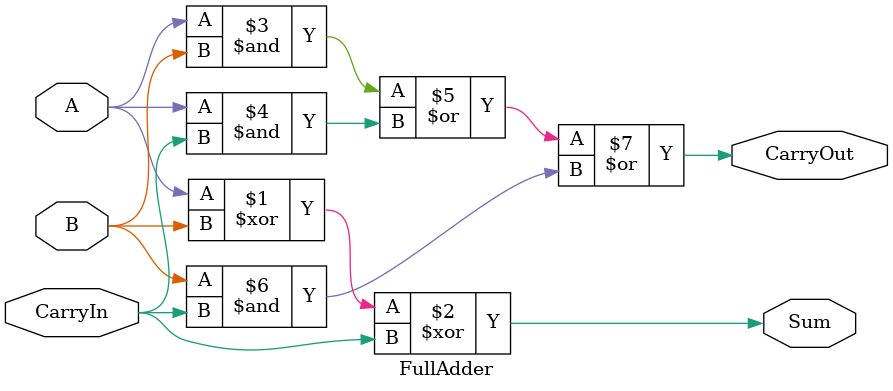
<source format=v>
`define ADD 5'b00001
`define ADD_CIN 5'b00010
`define SUB 5'b00011
`define SUB_CIN 5'b00100
`define SUB_N 5'b00101
`define SUB_N_CIN 5'b00110
`define A 5'b00111
`define B 5'b01000
`define NOT_A 5'b01001
`define NOT_B 5'b01010
`define A_OR_B 5'b01011
`define A_AND_B 5'b01100
`define A_SAME_B 5'b01101
`define A_NOTS_B 5'b01110
`define NOT_A_AND_B 5'b01111
`define ZERO 5'b10000

module alu (
input [31:0] A ,
input [31:0] B ,
input Cin ,
input [4 :0] alusel,
output [31:0] F ,
output Cout,
output Zero
);
wire [31:0] add_result;
wire [31:0] add_cin_result;
wire [31:0] sub_result;
wire [31:0] sub_cin_result;
wire [31:0] sub_n_result;
wire [31:0] sub_n_cin_result;
wire [31:0] a_result;
wire [31:0] b_result;
wire [31:0] not_a_result;
wire [31:0] not_b_result;
wire [31:0] a_or_b_result;
wire [31:0] a_and_b_result;
wire [31:0] a_same_b_result;
wire [31:0] a_nots_b_result;
wire [31:0] not_a_and_b_result;
wire [31:0] zero_result;

assign add_result = A + B;
assign add_cin_result = A + B + Cin;
assign sub_result = A - B;
assign sub_cin_result = A - B - Cin;
assign sub_n_result = B - A;
assign sub_n_cin_result = B - A - Cin;
assign a_result = A;
assign b_result = B;
assign not_a_result = ~A;
assign not_b_result = ~B;
assign a_or_b_result = A | B;
assign a_and_b_result = A & B;
assign a_same_b_result = A ^~ B;
assign a_nots_b_result = A ^ B;
assign not_a_and_b_result = ~ (A & B);
assign zero_result = 32'd0;

assign F = ({32{alusel == `ADD}} & add_result) |  
          ({32{alusel == `SUB}} & sub_result) |
          ({32{alusel == `ADD_CIN}} & add_cin_result) | 
          ({32{alusel == `SUB_CIN}} & sub_cin_result) |
          ({32{alusel == `SUB_N}} & sub_n_result) |
          ({32{alusel == `SUB_N_CIN}} & sub_n_cin_result) | 
          ({32{alusel == `A}} & a_result) |
          ({32{alusel == `B}} & b_result) |
          ({32{alusel == `NOT_A}} & not_a_result) |
          ({32{alusel == `NOT_B}} & not_b_result) |  
          ({32{alusel == `A_OR_B}} & a_or_b_result) |
          ({32{alusel == `A_AND_B}} & a_and_b_result) |
          ({32{alusel == `A_SAME_B}} & a_same_b_result) |
          ({32{alusel == `A_NOTS_B}} & a_nots_b_result) |
          ({32{alusel == `NOT_A_AND_B}} & not_a_and_b_result) |
          ({32{alusel == `ZERO}} & zero_result);
          
wire [31:0] S;
wire [30:0]C;

FullAdder FA0 (A[0],B[0],Cin,S[0],C[0]);
FullAdder FA1 (A[1],B[1],C[0],S[1],C[1]);
FullAdder FA2 (A[2],B[2],C[1],S[2],C[2]);
FullAdder FA3 (A[3],B[3],C[2],S[3],C[3]);
FullAdder FA4 (A[4],B[4],C[3],S[4],C[4]);
FullAdder FA5 (A[5],B[5],C[4],S[5],C[5]);
FullAdder FA6 (A[6],B[6],C[5],S[6],C[6]);
FullAdder FA7 (A[7],B[7],C[6],S[7],C[7]);
FullAdder FA8 (A[8],B[8],C[7],S[8],C[8]);
FullAdder FA9 (A[9],B[9],C[8],S[9],C[9]);
FullAdder FA10 (A[10],B[10],C[9],S[10],C[10]);
FullAdder FA11 (A[11],B[11],C[10],S[11],C[11]);
FullAdder FA12 (A[12],B[12],C[11],S[12],C[12]);
FullAdder FA13 (A[13],B[13],C[12],S[13],C[13]);
FullAdder FA14 (A[14],B[14],C[13],S[14],C[14]);
FullAdder FA15 (A[15],B[15],C[14],S[15],C[15]);
FullAdder FA16 (A[16],B[16],C[15],S[16],C[16]);
FullAdder FA17 (A[17],B[17],C[16],S[17],C[17]);
FullAdder FA18 (A[18],B[18],C[17],S[18],C[18]);
FullAdder FA19 (A[19],B[19],C[18],S[19],C[19]);
FullAdder FA20 (A[20],B[20],C[19],S[20],C[20]);
FullAdder FA21 (A[21],B[21],C[20],S[21],C[21]);
FullAdder FA22 (A[22],B[22],C[21],S[22],C[22]);
FullAdder FA23 (A[23],B[23],C[22],S[23],C[23]);
FullAdder FA24 (A[24],B[24],C[23],S[24],C[24]);
FullAdder FA25 (A[25],B[25],C[24],S[25],C[25]);
FullAdder FA26 (A[26],B[26],C[25],S[26],C[26]);
FullAdder FA27 (A[27],B[27],C[26],S[27],C[27]);
FullAdder FA28 (A[28],B[28],C[27],S[28],C[28]);
FullAdder FA29 (A[29],B[29],C[28],S[29],C[29]);
FullAdder FA30 (A[30],B[30],C[29],S[30],C[30]);
FullAdder FA31 (A[31],B[31],C[30],S[31],Cout);

assign Zero = (F == 32'b0);
endmodule

module FullAdder(A,B,CarryIn,Sum,CarryOut);
	input wire A;
	input wire B;
	input wire CarryIn;
	output wire Sum;
	output wire CarryOut;
	assign Sum=A^B^CarryIn;
	assign CarryOut=(A&B)|(A&CarryIn)|(B&CarryIn);
endmodule

</source>
